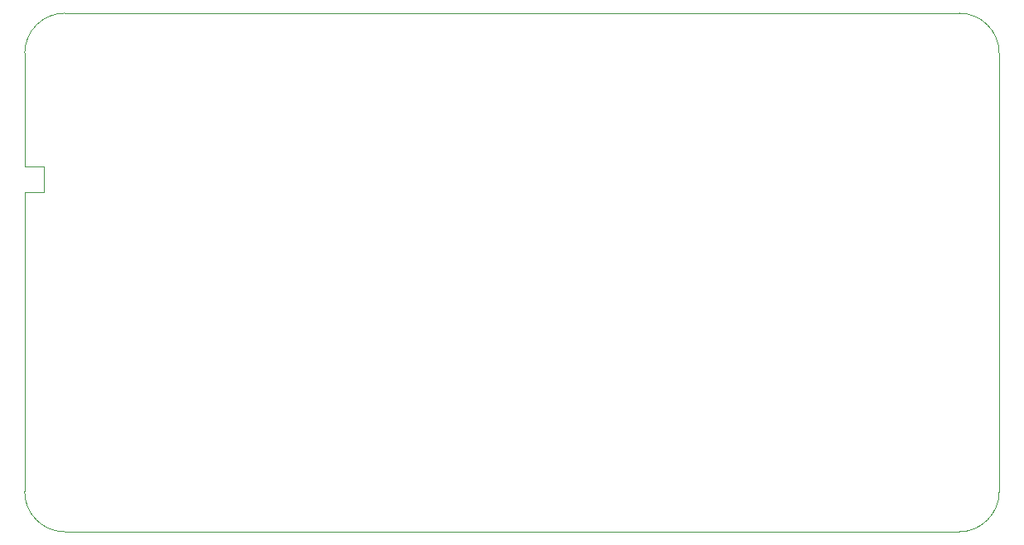
<source format=gbr>
%TF.GenerationSoftware,KiCad,Pcbnew,(6.0.2-0)*%
%TF.CreationDate,2022-03-26T21:56:16+01:00*%
%TF.ProjectId,RP2040GPSTracker,52503230-3430-4475-9053-547261636b65,rev?*%
%TF.SameCoordinates,PX4416780PY363af58*%
%TF.FileFunction,Profile,NP*%
%FSLAX46Y46*%
G04 Gerber Fmt 4.6, Leading zero omitted, Abs format (unit mm)*
G04 Created by KiCad (PCBNEW (6.0.2-0)) date 2022-03-26 21:56:16*
%MOMM*%
%LPD*%
G01*
G04 APERTURE LIST*
%TA.AperFunction,Profile*%
%ADD10C,0.050000*%
%TD*%
G04 APERTURE END LIST*
D10*
X2000000Y34730000D02*
X2000000Y37335000D01*
X0Y34730000D02*
X2000000Y34730000D01*
X99595000Y48900000D02*
G75*
G03*
X95500000Y53005000I-4100001J4999D01*
G01*
X4110602Y53002327D02*
G75*
G03*
X5602Y48907327I-4999J-4100001D01*
G01*
X0Y37335000D02*
X2000000Y37335000D01*
X-2327Y4100602D02*
G75*
G03*
X4092673Y-4398I4100001J-4999D01*
G01*
X0Y34730000D02*
X-2327Y4100602D01*
X95489398Y-12327D02*
G75*
G03*
X99594398Y4082673I4999J4100001D01*
G01*
X95500000Y53005000D02*
X4110602Y53002327D01*
X95489398Y-12327D02*
X4092673Y-4398D01*
X5602Y48907327D02*
X0Y37335000D01*
X99595000Y48900000D02*
X99594398Y4082673D01*
M02*

</source>
